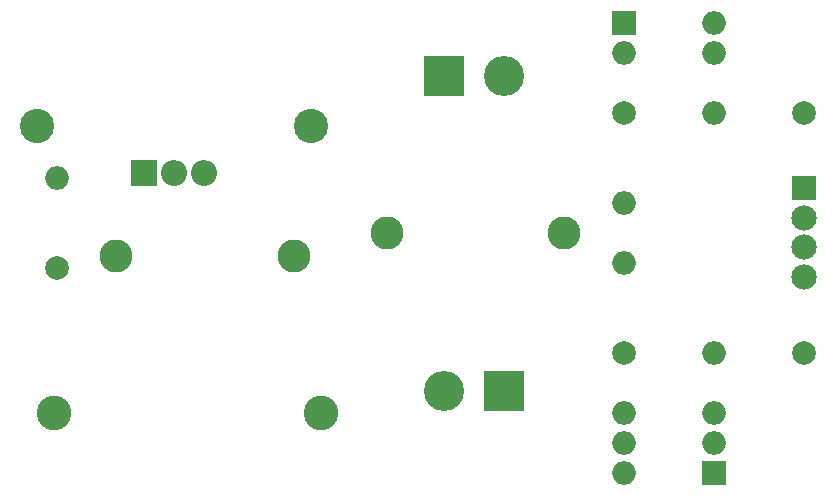
<source format=gbr>
G04 #@! TF.FileFunction,Soldermask,Bot*
%FSLAX46Y46*%
G04 Gerber Fmt 4.6, Leading zero omitted, Abs format (unit mm)*
G04 Created by KiCad (PCBNEW 4.0.7-e2-6376~58~ubuntu16.04.1) date Fri Jun 29 12:06:55 2018*
%MOMM*%
%LPD*%
G01*
G04 APERTURE LIST*
%ADD10C,0.100000*%
%ADD11R,2.200000X2.200000*%
%ADD12O,2.200000X2.200000*%
%ADD13C,2.000000*%
%ADD14O,2.000000X2.000000*%
%ADD15R,2.000000X2.000000*%
%ADD16R,2.150000X2.150000*%
%ADD17C,2.150000*%
%ADD18R,3.400000X3.400000*%
%ADD19C,3.400000*%
%ADD20C,2.800000*%
%ADD21C,2.940000*%
%ADD22C,2.900000*%
G04 APERTURE END LIST*
D10*
D11*
X180340000Y-60960000D03*
D12*
X182880000Y-60960000D03*
X185420000Y-60960000D03*
D13*
X236220000Y-55880000D03*
D14*
X228600000Y-55880000D03*
D13*
X220980000Y-55880000D03*
D14*
X220980000Y-63500000D03*
D13*
X236220000Y-76200000D03*
D14*
X228600000Y-76200000D03*
D13*
X220980000Y-76200000D03*
D14*
X220980000Y-68580000D03*
D15*
X220980000Y-48260000D03*
D14*
X228600000Y-50800000D03*
X220980000Y-50800000D03*
X228600000Y-48260000D03*
D15*
X228600000Y-86360000D03*
D14*
X220980000Y-81280000D03*
X228600000Y-83820000D03*
X220980000Y-83820000D03*
X228600000Y-81280000D03*
X220980000Y-86360000D03*
D16*
X236220000Y-62230000D03*
D17*
X236220000Y-64730000D03*
X236220000Y-67230000D03*
X236220000Y-69730000D03*
D13*
X173000000Y-69000000D03*
D14*
X173000000Y-61380000D03*
D18*
X210820000Y-79375000D03*
D19*
X205740000Y-79375000D03*
D18*
X205740000Y-52705000D03*
D19*
X210820000Y-52705000D03*
D20*
X193000000Y-68000000D03*
X178000000Y-68000000D03*
D21*
X172720000Y-81280000D03*
X195320000Y-81280000D03*
D20*
X215900000Y-66040000D03*
X200900000Y-66040000D03*
D22*
X171280000Y-56970000D03*
X194480000Y-56970000D03*
M02*

</source>
